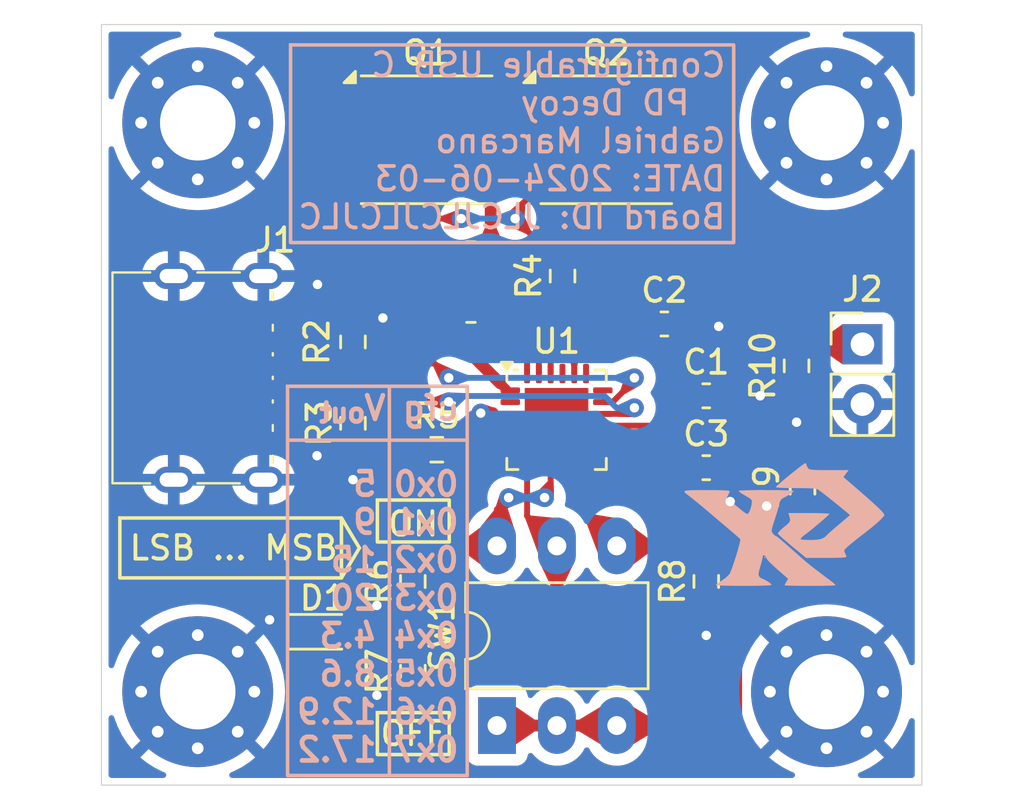
<source format=kicad_pcb>
(kicad_pcb (version 20240108) (generator "pcbnew") (generator_version "8.0")
  (title_block (title "Configurable USB C PD Decoy") (date "2024-06-03") (rev "A") (comment 1 "Designed by: ${DESIGNER}"))
  (layers (0 "F.Cu" signal) (31 "B.Cu" signal) (34 "B.Paste" user) (35 "F.Paste" user) (36 "B.SilkS" user "B.Silkscreen") (37 "F.SilkS" user "F.Silkscreen") (38 "B.Mask" user) (39 "F.Mask" user) (44 "Edge.Cuts" user))
  (property "DESIGNER" "Gabriel Marcano")
  (net 0 "")
  (net 1 "GND")
  (net 2 "Net-(U1-IFB)")
  (net 3 "/3.3V")
  (net 4 "Net-(Q1-S-Pad1)")
  (net 5 "Net-(Q1-G)")
  (net 6 "/V_{OUT}")
  (net 7 "Net-(J1-CC1)")
  (net 8 "Net-(J1-CC2)")
  (net 9 "Net-(U1-PWR_EN)")
  (net 10 "Net-(U1-GPIO4)")
  (net 11 "Net-(D1-A)")
  (net 12 "Net-(U1-VSEL0)")
  (net 13 "Net-(U1-VSEL1)")
  (net 14 "Net-(U1-VSEL2)")
  (net 15 "Net-(U1-PSEL)")
  (net 25 "/5V")
  (net 26 "/V_{BUS}")
  (net 27 "/V_{BUS(SENSE)}")
  (footprint "Resistor_SMD:R_0603_1608Metric_Pad0.98x0.95mm_HandSolder" (layer "F.Cu") (at 152.38 111.808 90)
    (property "Reference" "R3" (at 0 -1.43 -90) (layer "F.SilkS") (effects (font (thickness 0.16))))
    (property "Value" "5.1k")
    (fp_line (start -0.254724 -0.5225) (end 0.254724 -0.5225) (stroke (width 0.12)) (layer "F.SilkS"))
    (fp_line (start -0.254724 0.5225) (end 0.254724 0.5225) (stroke (width 0.12)) (layer "F.SilkS"))
    (pad "1" smd roundrect (at -0.9125 0 90) (size 0.975 0.95) (layers "F.Cu" "F.Paste" "F.Mask") (net 1 "GND"))
    (pad "2" smd roundrect (at 0.9125 0 90) (size 0.975 0.95) (layers "F.Cu" "F.Paste" "F.Mask") (net 8 "Net-(J1-CC2)"))
  )
  (footprint "Marcano:USB_C_USB4125-GF-A_Hand_Solder" (layer "F.Cu") (at 145.58 109.8795 -90)
    (property "Reference" "J1" (at -5.842 -3.498 0) (layer "F.SilkS") (effects (font (thickness 0.16))))
    (property "Value" "USB4125-GF-A-0190")
    (fp_line (start -4.47 3.4) (end -4.47 1.8) (stroke (width 0.1)) (layer "F.SilkS"))
    (fp_line (start 4.47 3.4) (end -4.47 3.4) (stroke (width 0.1)) (layer "F.SilkS"))
    (fp_line (start 4.47 1.8) (end 4.47 3.4) (stroke (width 0.1)) (layer "F.SilkS"))
    (fp_line (start -4.47 -0.2) (end -4.47 -2) (stroke (width 0.1)) (layer "F.SilkS"))
    (fp_line (start 4.47 -2) (end 4.47 -0.2) (stroke (width 0.1)) (layer "F.SilkS"))
    (fp_line (start -3.6 -3.4) (end -3.3 -3.4) (stroke (width 0.1)) (layer "F.SilkS"))
    (fp_line (start -2.25 -3.4) (end -2 -3.4) (stroke (width 0.1)) (layer "F.SilkS"))
    (fp_line (start -1.05 -3.4) (end -0.95 -3.4) (stroke (width 0.1)) (layer "F.SilkS"))
    (fp_line (start -0.05 -3.4) (end 0.05 -3.4) (stroke (width 0.1)) (layer "F.SilkS"))
    (fp_line (start 0.95 -3.4) (end 1.05 -3.4) (stroke (width 0.1)) (layer "F.SilkS"))
    (fp_line (start 2 -3.4) (end 2.25 -3.4) (stroke (width 0.1)) (layer "F.SilkS"))
    (fp_line (start 3.3 -3.4) (end 3.6 -3.4) (stroke (width 0.1)) (layer "F.SilkS"))
    (pad "A5" smd roundrect (at -0.5 -3.34 270) (size 0.7 1.72) (layers "F.Cu" "F.Paste" "F.Mask") (net 7 "Net-(J1-CC1)"))
    (pad "A9" smd roundrect (at 1.52 -3.34 270) (size 0.76 1.72) (layers "F.Cu" "F.Paste" "F.Mask") (net 26 "/V_{BUS}"))
    (pad "A12" smd roundrect (at 2.75 -3.34 270) (size 0.8 1.72) (layers "F.Cu" "F.Paste" "F.Mask") (net 1 "GND"))
    (pad "B5" smd roundrect (at 0.5 -3.34 270) (size 0.7 1.72) (layers "F.Cu" "F.Paste" "F.Mask") (net 8 "Net-(J1-CC2)"))
    (pad "B9" smd roundrect (at -1.52 -3.34 270) (size 0.76 1.72) (layers "F.Cu" "F.Paste" "F.Mask") (net 26 "/V_{BUS}"))
    (pad "B12" smd roundrect (at -2.75 -3.34 270) (size 0.8 1.72) (layers "F.Cu" "F.Paste" "F.Mask") (net 1 "GND"))
    (pad "S1" thru_hole oval (at -4.32 -3 270) (size 1.1 1.7) (drill oval 0.6 1.2) (layers "*.Cu" "*.Mask") (net 1 "GND"))
    (pad "S1" thru_hole oval (at -4.32 0.8 270) (size 1.1 1.7) (drill oval 0.6 1.2) (layers "*.Cu" "*.Mask") (net 1 "GND"))
    (pad "S1" thru_hole oval (at 4.32 -3 270) (size 1.1 1.7) (drill oval 0.6 1.2) (layers "*.Cu" "*.Mask") (net 1 "GND"))
    (pad "S1" thru_hole oval (at 4.32 0.8 270) (size 1.1 1.7) (drill oval 0.6 1.2) (layers "*.Cu" "*.Mask") (net 1 "GND"))
  )
  (footprint "Resistor_SMD:R_0603_1608Metric_Pad0.98x0.95mm_HandSolder" (layer "F.Cu") (at 152.38 108.3555 -90)
    (property "Reference" "R2" (at 0 1.524 90) (layer "F.SilkS") (effects (font (thickness 0.16))))
    (property "Value" "5.1k")
    (fp_line (start -0.254724 0.5225) (end 0.254724 0.5225) (stroke (width 0.12)) (layer "F.SilkS"))
    (fp_line (start -0.254724 -0.5225) (end 0.254724 -0.5225) (stroke (width 0.12)) (layer "F.SilkS"))
    (pad "1" smd roundrect (at -0.9125 0 270) (size 0.975 0.95) (layers "F.Cu" "F.Paste" "F.Mask") (net 1 "GND"))
    (pad "2" smd roundrect (at 0.9125 0 270) (size 0.975 0.95) (layers "F.Cu" "F.Paste" "F.Mask") (net 7 "Net-(J1-CC1)"))
  )
  (footprint "Resistor_SMD:R_0603_1608Metric_Pad0.98x0.95mm_HandSolder" (layer "F.Cu") (at 155.936 112.9275)
    (property "Reference" "R5" (at 0 -1.43 0) (layer "F.SilkS") (effects (font (thickness 0.16))))
    (property "Value" "10k")
    (fp_line (start -0.254724 -0.5225) (end 0.254724 -0.5225) (stroke (width 0.12)) (layer "F.SilkS"))
    (fp_line (start -0.254724 0.5225) (end 0.254724 0.5225) (stroke (width 0.12)) (layer "F.SilkS"))
    (pad "1" smd roundrect (at -0.9125 0) (size 0.975 0.95) (layers "F.Cu" "F.Paste" "F.Mask") (net 11 "Net-(D1-A)"))
    (pad "2" smd roundrect (at 0.9125 0) (size 0.975 0.95) (layers "F.Cu" "F.Paste" "F.Mask") (net 10 "Net-(U1-GPIO4)"))
  )
  (footprint "Resistor_SMD:R_0603_1608Metric_Pad0.98x0.95mm_HandSolder" (layer "F.Cu") (at 167.366 118.5155 90)
    (property "Reference" "R8" (at 0 -1.43 -90) (layer "F.SilkS") (effects (font (thickness 0.16))))
    (property "Value" "100k")
    (fp_line (start -0.254724 -0.5225) (end 0.254724 -0.5225) (stroke (width 0.12)) (layer "F.SilkS"))
    (fp_line (start -0.254724 0.5225) (end 0.254724 0.5225) (stroke (width 0.12)) (layer "F.SilkS"))
    (pad "1" smd roundrect (at -0.9125 0 90) (size 0.975 0.95) (layers "F.Cu" "F.Paste" "F.Mask") (net 1 "GND"))
    (pad "2" smd roundrect (at 0.9125 0 90) (size 0.975 0.95) (layers "F.Cu" "F.Paste" "F.Mask") (net 14 "Net-(U1-VSEL2)"))
  )
  (footprint "Package_DFN_QFN:QFN-24-1EP_4x4mm_P0.5mm_EP2.7x2.7mm" (layer "F.Cu") (at 161.016 111.6575)
    (property "Reference" "U1" (at 0 -3.33 0) (layer "F.SilkS") (effects (font (thickness 0.16))))
    (property "Value" "AP33771")
    (fp_line (start -2.11 -1.635) (end -2.11 -1.87) (stroke (width 0.12)) (layer "F.SilkS"))
    (fp_line (start -2.11 2.11) (end -2.11 1.635) (stroke (width 0.12)) (layer "F.SilkS"))
    (fp_line (start -1.635 -2.11) (end -1.81 -2.11) (stroke (width 0.12)) (layer "F.SilkS"))
    (fp_line (start -1.635 2.11) (end -2.11 2.11) (stroke (width 0.12)) (layer "F.SilkS"))
    (fp_line (start 1.635 -2.11) (end 2.11 -2.11) (stroke (width 0.12)) (layer "F.SilkS"))
    (fp_line (start 1.635 2.11) (end 2.11 2.11) (stroke (width 0.12)) (layer "F.SilkS"))
    (fp_line (start 2.11 -2.11) (end 2.11 -1.635) (stroke (width 0.12)) (layer "F.SilkS"))
    (fp_line (start 2.11 2.11) (end 2.11 1.635) (stroke (width 0.12)) (layer "F.SilkS"))
    (fp_poly (pts (xy -2.11 -2.11) (xy -2.35 -2.44) (xy -1.87 -2.44) (xy -2.11 -2.11)) (stroke (width 0.12)) (fill solid) (layer "F.SilkS"))
    (pad "1" smd roundrect (at -1.9625 -1.25) (size 0.825 0.25) (layers "F.Cu" "F.Paste" "F.Mask") (net 26 "/V_{BUS}"))
    (pad "2" smd roundrect (at -1.9625 -0.75) (size 0.825 0.25) (layers "F.Cu" "F.Paste" "F.Mask"))
    (pad "3" smd roundrect (at -1.9625 -0.25) (size 0.825 0.25) (layers "F.Cu" "F.Paste" "F.Mask") (net 1 "GND"))
    (pad "4" smd roundrect (at -1.9625 0.25) (size 0.825 0.25) (layers "F.Cu" "F.Paste" "F.Mask"))
    (pad "5" smd roundrect (at -1.9625 0.75) (size 0.825 0.25) (layers "F.Cu" "F.Paste" "F.Mask"))
    (pad "6" smd roundrect (at -1.9625 1.25) (size 0.825 0.25) (layers "F.Cu" "F.Paste" "F.Mask") (net 10 "Net-(U1-GPIO4)"))
    (pad "7" smd roundrect (at -1.25 1.9625) (size 0.25 0.825) (layers "F.Cu" "F.Paste" "F.Mask") (net 13 "Net-(U1-VSEL1)"))
    (pad "8" smd roundrect (at -0.75 1.9625) (size 0.25 0.825) (layers "F.Cu" "F.Paste" "F.Mask"))
    (pad "9" smd roundrect (at -0.25 1.9625) (size 0.25 0.825) (layers "F.Cu" "F.Paste" "F.Mask") (net 12 "Net-(U1-VSEL0)"))
    (pad "10" smd roundrect (at 0.25 1.9625) (size 0.25 0.825) (layers "F.Cu" "F.Paste" "F.Mask"))
    (pad "11" smd roundrect (at 0.75 1.9625) (size 0.25 0.825) (layers "F.Cu" "F.Paste" "F.Mask") (net 14 "Net-(U1-VSEL2)"))
    (pad "12" smd roundrect (at 1.25 1.9625) (size 0.25 0.825) (layers "F.Cu" "F.Paste" "F.Mask") (net 3 "/3.3V"))
    (pad "13" smd roundrect (at 1.9625 1.25) (size 0.825 0.25) (layers "F.Cu" "F.Paste" "F.Mask") (net 15 "Net-(U1-PSEL)"))
    (pad "14" smd roundrect (at 1.9625 0.75) (size 0.825 0.25) (layers "F.Cu" "F.Paste" "F.Mask"))
    (pad "15" smd roundrect (at 1.9625 0.25) (size 0.825 0.25) (layers "F.Cu" "F.Paste" "F.Mask") (net 2 "Net-(U1-IFB)"))
    (pad "16" smd roundrect (at 1.9625 -0.25) (size 0.825 0.25) (layers "F.Cu" "F.Paste" "F.Mask") (net 8 "Net-(J1-CC2)"))
    (pad "17" smd roundrect (at 1.9625 -0.75) (size 0.825 0.25) (layers "F.Cu" "F.Paste" "F.Mask") (net 7 "Net-(J1-CC1)"))
    (pad "18" smd roundrect (at 1.9625 -1.25) (size 0.825 0.25) (layers "F.Cu" "F.Paste" "F.Mask"))
    (pad "19" smd roundrect (at 1.25 -1.9625) (size 0.25 0.825) (layers "F.Cu" "F.Paste" "F.Mask"))
    (pad "20" smd roundrect (at 0.75 -1.9625) (size 0.25 0.825) (layers "F.Cu" "F.Paste" "F.Mask") (net 25 "/5V"))
    (pad "21" smd roundrect (at 0.25 -1.9625) (size 0.25 0.825) (layers "F.Cu" "F.Paste" "F.Mask"))
    (pad "22" smd roundrect (at -0.25 -1.9625) (size 0.25 0.825) (layers "F.Cu" "F.Paste" "F.Mask") (net 6 "/V_{OUT}"))
    (pad "23" smd roundrect (at -0.75 -1.9625) (size 0.25 0.825) (layers "F.Cu" "F.Paste" "F.Mask") (net 9 "Net-(U1-PWR_EN)"))
    (pad "24" smd roundrect (at -1.25 -1.9625) (size 0.25 0.825) (layers "F.Cu" "F.Paste" "F.Mask") (net 27 "/V_{BUS(SENSE)}"))
    (pad "25" smd rect (at 0 0) (size 2.7 2.7) (property pad_prop_heatsink) (layers "F.Cu" "F.Mask") (net 1 "GND"))
  )
  (footprint "Resistor_SMD:R_0603_1608Metric_Pad0.98x0.95mm_HandSolder" (layer "F.Cu") (at 171.196 109.3705 90)
    (property "Reference" "R10" (at 0 -1.43 -90) (layer "F.SilkS") (effects (font (thickness 0.16))))
    (property "Value" "1M")
    (fp_line (start -0.254724 -0.5225) (end 0.254724 -0.5225) (stroke (width 0.12)) (layer "F.SilkS"))
    (fp_line (start -0.254724 0.5225) (end 0.254724 0.5225) (stroke (width 0.12)) (layer "F.SilkS"))
    (pad "1" smd roundrect (at -0.9125 0 90) (size 0.975 0.95) (layers "F.Cu" "F.Paste" "F.Mask") (net 1 "GND"))
    (pad "2" smd roundrect (at 0.9125 0 90) (size 0.975 0.95) (layers "F.Cu" "F.Paste" "F.Mask") (net 6 "/V_{OUT}"))
  )
  (footprint "Capacitor_SMD:C_0603_1608Metric_Pad1.08x0.95mm_HandSolder" (layer "F.Cu") (at 167.366 113.6895)
    (property "Reference" "C3" (at 0 -1.43 0) (layer "F.SilkS") (effects (font (thickness 0.16))))
    (property "Value" "100n")
    (fp_line (start -0.146267 -0.51) (end 0.146267 -0.51) (stroke (width 0.12)) (layer "F.SilkS"))
    (fp_line (start -0.146267 0.51) (end 0.146267 0.51) (stroke (width 0.12)) (layer "F.SilkS"))
    (pad "1" smd roundrect (at -0.8625 0) (size 1.075 0.95) (layers "F.Cu" "F.Paste" "F.Mask") (net 3 "/3.3V"))
    (pad "2" smd roundrect (at 0.8625 0) (size 1.075 0.95) (layers "F.Cu" "F.Paste" "F.Mask") (net 1 "GND"))
  )
  (footprint "Capacitor_SMD:C_0603_1608Metric_Pad1.08x0.95mm_HandSolder" (layer "F.Cu") (at 167.366 110.6415)
    (property "Reference" "C1" (at 0 -1.43 0) (layer "F.SilkS") (effects (font (thickness 0.16))))
    (property "Value" "100n")
    (fp_line (start -0.146267 -0.51) (end 0.146267 -0.51) (stroke (width 0.12)) (layer "F.SilkS"))
    (fp_line (start -0.146267 0.51) (end 0.146267 0.51) (stroke (width 0.12)) (layer "F.SilkS"))
    (pad "1" smd roundrect (at -0.8625 0) (size 1.075 0.95) (layers "F.Cu" "F.Paste" "F.Mask") (net 2 "Net-(U1-IFB)"))
    (pad "2" smd roundrect (at 0.8625 0) (size 1.075 0.95) (layers "F.Cu" "F.Paste" "F.Mask") (net 1 "GND"))
  )
  (footprint "MountingHole:MountingHole_3.2mm_M3_Pad_Via" (layer "F.Cu") (at 145.796 99.06)
    (property "Reference" "H1" (hide yes))
    (property "Value" "MountingHole_Pad_MP")
    (pad "1" thru_hole circle (at -2.4 0) (size 0.8 0.8) (drill 0.5) (layers "*.Cu" "*.Mask") (net 1 "GND"))
    (pad "1" thru_hole circle (at -1.697056 -1.697056) (size 0.8 0.8) (drill 0.5) (layers "*.Cu" "*.Mask") (net 1 "GND"))
    (pad "1" thru_hole circle (at -1.697056 1.697056) (size 0.8 0.8) (drill 0.5) (layers "*.Cu" "*.Mask") (net 1 "GND"))
    (pad "1" thru_hole circle (at 0 -2.4) (size 0.8 0.8) (drill 0.5) (layers "*.Cu" "*.Mask") (net 1 "GND"))
    (pad "1" thru_hole circle (at 0 0) (size 6.4 6.4) (drill 3.2) (layers "*.Cu" "*.Mask") (net 1 "GND"))
    (pad "1" thru_hole circle (at 0 2.4) (size 0.8 0.8) (drill 0.5) (layers "*.Cu" "*.Mask") (net 1 "GND"))
    (pad "1" thru_hole circle (at 1.697056 -1.697056) (size 0.8 0.8) (drill 0.5) (layers "*.Cu" "*.Mask") (net 1 "GND"))
    (pad "1" thru_hole circle (at 1.697056 1.697056) (size 0.8 0.8) (drill 0.5) (layers "*.Cu" "*.Mask") (net 1 "GND"))
    (pad "1" thru_hole circle (at 2.4 0) (size 0.8 0.8) (drill 0.5) (layers "*.Cu" "*.Mask") (net 1 "GND"))
  )
  (footprint "MountingHole:MountingHole_3.2mm_M3_Pad_Via" (layer "F.Cu") (at 172.466 99.06)
    (property "Reference" "H4" (hide yes))
    (property "Value" "MountingHole_Pad_MP")
    (pad "1" thru_hole circle (at -2.4 0) (size 0.8 0.8) (drill 0.5) (layers "*.Cu" "*.Mask") (net 1 "GND"))
    (pad "1" thru_hole circle (at -1.697056 -1.697056) (size 0.8 0.8) (drill 0.5) (layers "*.Cu" "*.Mask") (net 1 "GND"))
    (pad "1" thru_hole circle (at -1.697056 1.697056) (size 0.8 0.8) (drill 0.5) (layers "*.Cu" "*.Mask") (net 1 "GND"))
    (pad "1" thru_hole circle (at 0 -2.4) (size 0.8 0.8) (drill 0.5) (layers "*.Cu" "*.Mask") (net 1 "GND"))
    (pad "1" thru_hole circle (at 0 0) (size 6.4 6.4) (drill 3.2) (layers "*.Cu" "*.Mask") (net 1 "GND"))
    (pad "1" thru_hole circle (at 0 2.4) (size 0.8 0.8) (drill 0.5) (layers "*.Cu" "*.Mask") (net 1 "GND"))
    (pad "1" thru_hole circle (at 1.697056 -1.697056) (size 0.8 0.8) (drill 0.5) (layers "*.Cu" "*.Mask") (net 1 "GND"))
    (pad "1" thru_hole circle (at 1.697056 1.697056) (size 0.8 0.8) (drill 0.5) (layers "*.Cu" "*.Mask") (net 1 "GND"))
    (pad "1" thru_hole circle (at 2.4 0) (size 0.8 0.8) (drill 0.5) (layers "*.Cu" "*.Mask") (net 1 "GND"))
  )
  (footprint "Resistor_SMD:R_0612_1632Metric_Pad1.18x3.40mm_HandSolder" (layer "F.Cu") (at 157.3845 105.8155)
    (property "Reference" "R1" (hide yes))
    (property "Value" "10m")
    (fp_line (start -0.182983 -1.71) (end 0.182983 -1.71) (stroke (width 0.12)) (layer "F.SilkS"))
    (fp_line (start -0.182983 1.71) (end 0.182983 1.71) (stroke (width 0.12)) (layer "F.SilkS"))
    (pad "1" smd roundrect (at -0.8375 0) (size 1.175 3.4) (layers "F.Cu" "F.Paste" "F.Mask") (roundrect_rratio 0.212766) (net 26 "/V_{BUS}"))
    (pad "2" smd roundrect (at 0.8375 0) (size 1.175 3.4) (layers "F.Cu" "F.Paste" "F.Mask") (roundrect_rratio 0.212766) (net 27 "/V_{BUS(SENSE)}"))
  )
  (footprint "Package_DFN_QFN:AO_DFN-8-1EP_5.55x5.2mm_P1.27mm_EP4.12x4.6mm" (layer "F.Cu") (at 163.124 99.78)
    (property "Reference" "Q2" (at 0 -3.68 0) (layer "F.SilkS") (effects (font (thickness 0.16))))
    (property "Value" "AON6414A")
    (fp_line (start -2.775 -2.71) (end 2.775 -2.71) (stroke (width 0.12)) (layer "F.SilkS"))
    (fp_line (start -2.775 2.71) (end 2.775 2.71) (stroke (width 0.12)) (layer "F.SilkS"))
    (fp_poly (pts (xy -3.02 -2.42) (xy -3.5 -2.42) (xy -3.02 -2.9) (xy -3.02 -2.42)) (stroke (width 0.12)) (fill solid) (layer "F.SilkS"))
    (pad "1" smd rect (at -2.75 -1.905 270) (size 0.5 0.65) (layers "F.Cu" "F.Paste" "F.Mask") (net 4 "Net-(Q1-S-Pad1)"))
    (pad "2" smd rect (at -2.75 -0.635 270) (size 0.5 0.65) (layers "F.Cu" "F.Paste" "F.Mask") (net 4 "Net-(Q1-S-Pad1)"))
    (pad "3" smd rect (at -2.75 0.635 270) (size 0.5 0.65) (layers "F.Cu" "F.Paste" "F.Mask") (net 4 "Net-(Q1-S-Pad1)"))
    (pad "4" smd rect (at -2.75 1.905 270) (size 0.5 0.65) (layers "F.Cu" "F.Paste" "F.Mask") (net 5 "Net-(Q1-G)"))
    (pad "5" smd rect (at 0.465 0 270) (size 4.6 4.12) (layers "F.Cu" "F.Mask") (net 6 "/V_{OUT}"))
    (pad "5" smd rect (at 2.8 -1.905 270) (size 0.5 0.55) (layers "F.Cu" "F.Paste" "F.Mask") (net 6 "/V_{OUT}"))
    (pad "5" smd rect (at 2.8 -0.635 270) (size 0.5 0.55) (layers "F.Cu" "F.Paste" "F.Mask") (net 6 "/V_{OUT}"))
    (pad "5" smd rect (at 2.8 0.635 270) (size 0.5 0.55) (layers "F.Cu" "F.Paste" "F.Mask") (net 6 "/V_{OUT}"))
    (pad "5" smd rect (at 2.8 1.905 270) (size 0.5 0.55) (layers "F.Cu" "F.Paste" "F.Mask") (net 6 "/V_{OUT}"))
  )
  (footprint "LED_SMD:LED_0603_1608Metric" (layer "F.Cu") (at 151.1045 120.65)
    (property "Reference" "D1" (at 0 -1.43 360) (layer "F.SilkS") (effects (font (thickness 0.16))))
    (property "Value" "LED")
    (fp_line (start -1.485 -0.735) (end -1.485 0.735) (stroke (width 0.12)) (layer "F.SilkS"))
    (fp_line (start -1.485 0.735) (end 0.8 0.735) (stroke (width 0.12)) (layer "F.SilkS"))
    (fp_line (start 0.8 -0.735) (end -1.485 -0.735) (stroke (width 0.12)) (layer "F.SilkS"))
    (pad "1" smd roundrect (at -0.7875 0) (size 0.875 0.95) (layers "F.Cu" "F.Paste" "F.Mask") (net 1 "GND"))
    (pad "2" smd roundrect (at 0.7875 0) (size 0.875 0.95) (layers "F.Cu" "F.Paste" "F.Mask") (net 11 "Net-(D1-A)"))
  )
  (footprint "Resistor_SMD:R_0603_1608Metric_Pad0.98x0.95mm_HandSolder" (layer "F.Cu") (at 171.45 114.554 90)
    (property "Reference" "R9" (at 0 -1.524 -90) (layer "F.SilkS") (effects (font (thickness 0.16))))
    (property "Value" "36k")
    (fp_line (start -0.254724 -0.5225) (end 0.254724 -0.5225) (stroke (width 0.12)) (layer "F.SilkS"))
    (fp_line (start -0.254724 0.5225) (end 0.254724 0.5225) (stroke (width 0.12)) (layer "F.SilkS"))
    (pad "1" smd roundrect (at -0.9125 0 90) (size 0.975 0.95) (layers "F.Cu" "F.Paste" "F.Mask") (net 1 "GND"))
    (pad "2" smd roundrect (at 0.9125 0 90) (size 0.975 0.95) (layers "F.Cu" "F.Paste" "F.Mask") (net 15 "Net-(U1-PSEL)"))
  )
  (footprint "Resistor_SMD:R_0603_1608Metric_Pad0.98x0.95mm_HandSolder" (layer "F.Cu") (at 154.92 122.3255 90)
    (property "Reference" "R7" (at 0 -1.43 -90) (layer "F.SilkS") (effects (font (thickness 0.16))))
    (property "Value" "100k")
    (fp_line (start -0.254724 -0.5225) (end 0.254724 -0.5225) (stroke (width 0.12)) (layer "F.SilkS"))
    (fp_line (start -0.254724 0.5225) (end 0.254724 0.5225) (stroke (width 0.12)) (layer "F.SilkS"))
    (pad "1" smd roundrect (at -0.9125 0 90) (size 0.975 0.95) (layers "F.Cu" "F.Paste" "F.Mask") (net 1 "GND"))
    (pad "2" smd roundrect (at 0.9125 0 90) (size 0.975 0.95) (layers "F.Cu" "F.Paste" "F.Mask") (net 13 "Net-(U1-VSEL1)"))
  )
  (footprint "Package_DIP:DIP-6_W7.62mm_LongPads" (layer "F.Cu") (at 158.491 124.6265 90)
    (property "Reference" "SW1" (at 3.81 -2.33 -90) (layer "F.SilkS") (effects (font (thickness 0.16))))
    (property "Value" "SW_DIP_x03")
    (fp_line (start 6.06 -1.33) (end 4.81 -1.33) (stroke (width 0.12)) (layer "F.SilkS"))
    (fp_line (start 2.81 -1.33) (end 1.56 -1.33) (stroke (width 0.12)) (layer "F.SilkS"))
    (fp_line (start 1.56 -1.33) (end 1.56 6.41) (stroke (width 0.12)) (layer "F.SilkS"))
    (fp_line (start 6.06 6.41) (end 6.06 -1.33) (stroke (width 0.12)) (layer "F.SilkS"))
    (fp_line (start 1.56 6.41) (end 6.06 6.41) (stroke (width 0.12)) (layer "F.SilkS"))
    (fp_arc (start 4.81 -1.33) (mid 3.81 -0.33) (end 2.81 -1.33) (stroke (width 0.12)) (layer "F.SilkS"))
    (pad "1" thru_hole rect (at 0 0 90) (size 2.4 1.6) (drill 0.8) (layers "*.Cu" "*.Mask") (net 3 "/3.3V"))
    (pad "2" thru_hole oval (at 0 2.54 90) (size 2.4 1.6) (drill 0.8) (layers "*.Cu" "*.Mask") (net 3 "/3.3V"))
    (pad "3" thru_hole oval (at 0 5.08 90) (size 2.4 1.6) (drill 0.8) (layers "*.Cu" "*.Mask") (net 3 "/3.3V"))
    (pad "4" thru_hole oval (at 7.62 5.08 90) (size 2.4 1.6) (drill 0.8) (layers "*.Cu" "*.Mask") (net 14 "Net-(U1-VSEL2)"))
    (pad "5" thru_hole oval (at 7.62 2.54 90) (size 2.4 1.6) (drill 0.8) (layers "*.Cu" "*.Mask") (net 13 "Net-(U1-VSEL1)"))
    (pad "6" thru_hole oval (at 7.62 0 90) (size 2.4 1.6) (drill 0.8) (layers "*.Cu" "*.Mask") (net 12 "Net-(U1-VSEL0)"))
  )
  (footprint "Capacitor_SMD:C_0603_1608Metric_Pad1.08x0.95mm_HandSolder" (layer "F.Cu") (at 165.588 107.5935)
    (property "Reference" "C2" (at 0 -1.43 0) (layer "F.SilkS") (effects (font (thickness 0.16))))
    (property "Value" "1u")
    (fp_line (start -0.146267 -0.51) (end 0.146267 -0.51) (stroke (width 0.12)) (layer "F.SilkS"))
    (fp_line (start -0.146267 0.51) (end 0.146267 0.51) (stroke (width 0.12)) (layer "F.SilkS"))
    (pad "1" smd roundrect (at -0.8625 0) (size 1.075 0.95) (layers "F.Cu" "F.Paste" "F.Mask") (net 25 "/5V"))
    (pad "2" smd roundrect (at 0.8625 0) (size 1.075 0.95) (layers "F.Cu" "F.Paste" "F.Mask") (net 1 "GND"))
  )
  (footprint "Connector_PinHeader_2.54mm:PinHeader_1x02_P2.54mm_Vertical" (layer "F.Cu") (at 173.99 108.453)
    (property "Reference" "J2" (at 0 -2.33 0) (layer "F.SilkS") (effects (font (thickness 0.16))))
    (property "Value" "Conn_01x02_Pin")
    (fp_line (start -1.33 -1.33) (end 0 -1.33) (stroke (width 0.12)) (layer "F.SilkS"))
    (fp_line (start -1.33 0) (end -1.33 -1.33) (stroke (width 0.12)) (layer "F.SilkS"))
    (fp_line (start -1.33 1.27) (end -1.33 3.87) (stroke (width 0.12)) (layer "F.SilkS"))
    (fp_line (start -1.33 1.27) (end 1.33 1.27) (stroke (width 0.12)) (layer "F.SilkS"))
    (fp_line (start -1.33 3.87) (end 1.33 3.87) (stroke (width 0.12)) (layer "F.SilkS"))
    (fp_line (start 1.33 1.27) (end 1.33 3.87) (stroke (width 0.12)) (layer "F.SilkS"))
    (pad "1" thru_hole rect (at 0 0) (size 1.7 1.7) (drill 1) (layers "*.Cu" "*.Mask") (net 6 "/V_{OUT}"))
    (pad "2" thru_hole oval (at 0 2.54) (size 1.7 1.7) (drill 1) (layers "*.Cu" "*.Mask") (net 1 "GND"))
  )
  (footprint "MountingHole:MountingHole_3.2mm_M3_Pad_Via" (layer "F.Cu") (at 172.466 123.19)
    (property "Reference" "H3" (hide yes))
    (property "Value" "MountingHole_Pad_MP")
    (pad "1" thru_hole circle (at -2.4 0) (size 0.8 0.8) (drill 0.5) (layers "*.Cu" "*.Mask") (net 1 "GND"))
    (pad "1" thru_hole circle (at -1.697056 -1.697056) (size 0.8 0.8) (drill 0.5) (layers "*.Cu" "*.Mask") (net 1 "GND"))
    (pad "1" thru_hole circle (at -1.697056 1.697056) (size 0.8 0.8) (drill 0.5) (layers "*.Cu" "*.Mask") (net 1 "GND"))
    (pad "1" thru_hole circle (at 0 -2.4) (size 0.8 0.8) (drill 0.5) (layers "*.Cu" "*.Mask") (net 1 "GND"))
    (pad "1" thru_hole circle (at 0 0) (size 6.4 6.4) (drill 3.2) (layers "*.Cu" "*.Mask") (net 1 "GND"))
    (pad "1" thru_hole circle (at 0 2.4) (size 0.8 0.8) (drill 0.5) (layers "*.Cu" "*.Mask") (net 1 "GND"))
    (pad "1" thru_hole circle (at 1.697056 -1.697056) (size 0.8 0.8) (drill 0.5) (layers "*.Cu" "*.Mask") (net 1 "GND"))
    (pad "1" thru_hole circle (at 1.697056 1.697056) (size 0.8 0.8) (drill 0.5) (layers "*.Cu" "*.Mask") (net 1 "GND"))
    (pad "1" thru_hole circle (at 2.4 0) (size 0.8 0.8) (drill 0.5) (layers "*.Cu" "*.Mask") (net 1 "GND"))
  )
  (footprint "Resistor_SMD:R_0603_1608Metric_Pad0.98x0.95mm_HandSolder" (layer "F.Cu") (at 161.27 105.5615 90)
    (property "Reference" "R4" (at 0 -1.43 -90) (layer "F.SilkS") (effects (font (thickness 0.16))))
    (property "Value" "100")
    (fp_line (start -0.254724 -0.5225) (end 0.254724 -0.5225) (stroke (width 0.12)) (layer "F.SilkS"))
    (fp_line (start -0.254724 0.5225) (end 0.254724 0.5225) (stroke (width 0.12)) (layer "F.SilkS"))
    (pad "1" smd roundrect (at -0.9125 0 90) (size 0.975 0.95) (layers "F.Cu" "F.Paste" "F.Mask") (net 9 "Net-(U1-PWR_EN)"))
    (pad "2" smd roundrect (at 0.9125 0 90) (size 0.975 0.95) (layers "F.Cu" "F.Paste" "F.Mask") (net 5 "Net-(Q1-G)"))
  )
  (footprint "Resistor_SMD:R_0603_1608Metric_Pad0.98x0.95mm_HandSolder" (layer "F.Cu") (at 154.92 118.5155 90)
    (property "Reference" "R6" (at 0 -1.43 -90) (layer "F.SilkS") (effects (font (thickness 0.16))))
    (property "Value" "100k")
    (fp_line (start -0.254724 -0.5225) (end 0.254724 -0.5225) (stroke (width 0.12)) (layer "F.SilkS"))
    (fp_line (start -0.254724 0.5225) (end 0.254724 0.5225) (stroke (width 0.12)) (layer "F.SilkS"))
    (pad "1" smd roundrect (at -0.9125 0 90) (size 0.975 0.95) (layers "F.Cu" "F.Paste" "F.Mask") (net 1 "GND"))
    (pad "2" smd roundrect (at 0.9125 0 90) (size 0.975 0.95) (layers "F.Cu" "F.Paste" "F.Mask") (net 12 "Net-(U1-VSEL0)"))
  )
  (footprint "MountingHole:MountingHole_3.2mm_M3_Pad_Via" (layer "F.Cu") (at 145.796 123.19)
    (property "Reference" "H2" (hide yes))
    (property "Value" "MountingHole_Pad_MP")
    (pad "1" thru_hole circle (at -2.4 0) (size 0.8 0.8) (drill 0.5) (layers "*.Cu" "*.Mask") (net 1 "GND"))
    (pad "1" thru_hole circle (at -1.697056 -1.697056) (size 0.8 0.8) (drill 0.5) (layers "*.Cu" "*.Mask") (net 1 "GND"))
    (pad "1" thru_hole circle (at -1.697056 1.697056) (size 0.8 0.8) (drill 0.5) (layers "*.Cu" "*.Mask") (net 1 "GND"))
    (pad "1" thru_hole circle (at 0 -2.4) (size 0.8 0.8) (drill 0.5) (layers "*.Cu" "*.Mask") (net 1 "GND"))
    (pad "1" thru_hole circle (at 0 0) (size 6.4 6.4) (drill 3.2) (layers "*.Cu" "*.Mask") (net 1 "GND"))
    (pad "1" thru_hole circle (at 0 2.4) (size 0.8 0.8) (drill 0.5) (layers "*.Cu" "*.Mask") (net 1 "GND"))
    (pad "1" thru_hole circle (at 1.697056 -1.697056) (size 0.8 0.8) (drill 0.5) (layers "*.Cu" "*.Mask") (net 1 "GND"))
    (pad "1" thru_hole circle (at 1.697056 1.697056) (size 0.8 0.8) (drill 0.5) (layers "*.Cu" "*.Mask") (net 1 "GND"))
    (pad "1" thru_hole circle (at 2.4 0) (size 0.8 0.8) (drill 0.5) (layers "*.Cu" "*.Mask") (net 1 "GND"))
  )
  (footprint "Package_DFN_QFN:AO_DFN-8-1EP_5.55x5.2mm_P1.27mm_EP4.12x4.6mm" (layer "F.Cu") (at 155.504 99.78)
    (property "Reference" "Q1" (at 0 -3.68 0) (layer "F.SilkS") (effects (font (thickness 0.16))))
    (property "Value" "AON6414A")
    (fp_line (start -2.775 -2.71) (end 2.775 -2.71) (stroke (width 0.12)) (layer "F.SilkS"))
    (fp_line (start -2.775 2.71) (end 2.775 2.71) (stroke (width 0.12)) (layer "F.SilkS"))
    (fp_poly (pts (xy -3.02 -2.42) (xy -3.5 -2.42) (xy -3.02 -2.9) (xy -3.02 -2.42)) (stroke (width 0.12)) (fill solid) (layer "F.SilkS"))
    (pad "1" smd rect (at -2.75 -1.905 270) (size 0.5 0.65) (layers "F.Cu" "F.Paste" "F.Mask") (net 4 "Net-(Q1-S-Pad1)"))
    (pad "2" smd rect (at -2.75 -0.635 270) (size 0.5 0.65) (layers "F.Cu" "F.Paste" "F.Mask") (net 4 "Net-(Q1-S-Pad1)"))
    (pad "3" smd rect (at -2.75 0.635 270) (size 0.5 0.65) (layers "F.Cu" "F.Paste" "F.Mask") (net 4 "Net-(Q1-S-Pad1)"))
    (pad "4" smd rect (at -2.75 1.905 270) (size 0.5 0.65) (layers "F.Cu" "F.Paste" "F.Mask") (net 5 "Net-(Q1-G)"))
    (pad "5" smd rect (at 0.465 0 270) (size 4.6 4.12) (layers "F.Cu" "F.Mask") (net 27 "/V_{BUS(SENSE)}"))
    (pad "5" smd rect (at 2.8 -1.905 270) (size 0.5 0.55) (layers "F.Cu" "F.Paste" "F.Mask") (net 27 "/V_{BUS(SENSE)}"))
    (pad "5" smd rect (at 2.8 -0.635 270) (size 0.5 0.55) (layers "F.Cu" "F.Paste" "F.Mask") (net 27 "/V_{BUS(SENSE)}"))
    (pad "5" smd rect (at 2.8 0.635 270) (size 0.5 0.55) (layers "F.Cu" "F.Paste" "F.Mask") (net 27 "/V_{BUS(SENSE)}"))
    (pad "5" smd rect (at 2.8 1.905 270) (size 0.5 0.55) (layers "F.Cu" "F.Paste" "F.Mask") (net 27 "/V_{BUS(SENSE)}"))
  )
  (footprint "Marcano:GX_logo" (layer "B.Cu") (at 170.688 116.078 180)
    (property "Reference" "G***" (hide yes))
    (property "Value" "GX_LOGO" (hide yes))
    (fp_poly (pts (xy 0.874889 -1.411111) (xy 0.869078 -1.436278) (xy 0.846667 -1.439333) (xy 0.811821 -1.423844) (xy 0.818444 -1.411111) (xy 0.868684 -1.406044)) (fill solid) (layer "B.SilkS"))
    (fp_poly (pts (xy -0.830969 2.556564) (xy -0.732077 2.486211) (xy -0.594524 2.381705) (xy -0.431157 2.253475) (xy -0.254825 2.111953) (xy -0.078376 1.96757) (xy 0.085344 1.830756) (xy 0.223485 1.711942) (xy 0.323201 1.621559) (xy 0.371643 1.570037) (xy 0.373944 1.56564) (xy 0.338092 1.550436) (xy 0.222329 1.538451) (xy 0.031357 1.529919) (xy -0.230122 1.525074) (xy -0.462713 1.524) (xy -0.796874 1.521942) (xy -1.052771 1.51553) (xy -1.236714 1.504413) (xy -1.35501 1.488236) (xy -1.407213 1.471083) (xy -1.466949 1.429488) (xy -1.578979 1.344659) (xy -1.730144 1.227069) (xy -1.907287 1.08719) (xy -2.097247 0.935497) (xy -2.286868 0.782461) (xy -2.46299 0.638555) (xy -2.612456 0.514254) (xy -2.659312 0.474521) (xy -2.772833 0.377542) (xy -2.662602 0.284021) (xy -2.584497 0.217873) (xy -2.460755 0.113203) (xy -2.310423 -0.013882) (xy -2.196935 -0.109777) (xy -2.045677 -0.239503) (xy -1.914313 -0.355729) (xy -1.819201 -0.443776) (xy -1.781083 -0.482984) (xy -1.684959 -0.571664) (xy -1.559743 -0.630447) (xy -1.388805 -0.663954) (xy -1.155517 -0.676805) (xy -1.081602 -0.677333) (xy -0.892801 -0.673167) (xy -0.755958 -0.661604) (xy -0.68456 -0.644047) (xy -0.677333 -0.635265) (xy -0.708725 -0.587153) (xy -0.788189 -0.513687) (xy -0.836083 -0.476515) (xy -0.964828 -0.378385) (xy -1.120186 -0.254646) (xy -1.28949 -0.116044) (xy -1.460071 0.026673) (xy -1.619262 0.16276) (xy -1.754395 0.281469) (xy -1.852802 0.372055) (xy -1.901815 0.423771) (xy -1.905 0.430277) (xy -1.864749 0.44088) (xy -1.752316 0.450213) (xy -1.580182 0.457771) (xy -1.36083 0.463048) (xy -1.10674 0.465538) (xy -1.032229 0.465667) (xy -0.159459 0.465667) (xy -0.18898 0.370417) (xy -0.225142 0.245137) (xy -0.233831 0.156828) (xy -0.205798 0.083662) (xy -0.131794 0.003815) (xy -0.002568 -0.104541) (xy 0.020103 -0.122942) (xy 0.146036 -0.232189) (xy 0.239432 -0.326823) (xy 0.285572 -0.391361) (xy 0.287735 -0.404445) (xy 0.252391 -0.447645) (xy 0.161908 -0.534516) (xy 0.026964 -0.655471) (xy -0.141765 -0.800919) (xy -0.3175 -0.947994) (xy -0.910167 -1.437379) (xy -1.767417 -1.438356) (xy -2.105359 -1.436551) (xy -2.359141 -1.430273) (xy -2.528651 -1.419528) (xy -2.613779 -1.404321) (xy -2.624667 -1.394898) (xy -2.606571 -1.32847) (xy -2.563302 -1.231795) (xy -2.534687 -1.16895) (xy -2.533438 -1.118719) (xy -2.56959 -1.062584) (xy -2.653181 -0.98203) (xy -2.739993 -0.905814) (xy -2.898349 -0.772595) (xy -3.085059 -0.622286) (xy -3.259815 -0.487336) (xy -3.260486 -0.486833) (xy -3.508906 -0.296069) (xy -3.734442 -0.114093) (xy -3.928299 0.051278) (xy -4.081685 0.192224) (xy -4.185803 0.300927) (xy -4.231861 0.369568) (xy -4.233333 0.378089) (xy -4.21513 0.426926) (xy -4.15761 0.503387) (xy -4.056411 0.61168) (xy -3.907169 0.756011) (xy -3.705521 0.940587) (xy -3.447105 1.169617) (xy -3.127556 1.447307) (xy -3.098432 1.472431) (xy -2.495413 1.992361) (xy -2.607398 2.139181) (xy -2.719382 2.286) (xy -1.895419 2.286) (xy -1.608755 2.286653) (xy -1.394788 2.289302) (xy -1.241555 2.294984) (xy -1.137094 2.304735) (xy -1.06944 2.319589) (xy -1.026631 2.340584) (xy -1.001395 2.363417) (xy -0.946229 2.451636) (xy -0.931333 2.511584) (xy -0.905423 2.572334) (xy -0.878352 2.582333)) (fill solid) (layer "B.SilkS"))
    (fp_poly (pts (xy 3.634394 1.438898) (xy 3.885452 1.436219) (xy 4.065559 1.429234) (xy 4.181573 1.415884) (xy 4.240354 1.394108) (xy 4.248757 1.361846) (xy 4.213643 1.317037) (xy 4.141867 1.257621) (xy 4.075747 1.207918) (xy 3.950665 1.111089) (xy 3.776889 0.971277) (xy 3.569644 0.80102) (xy 3.344156 0.61286) (xy 3.115647 0.419337) (xy 3.046131 0.359833) (xy 2.939839 0.269183) (xy 2.78731 0.139864) (xy 2.607166 -0.012369) (xy 2.41803 -0.171762) (xy 2.375365 -0.207652) (xy 2.205955 -0.351246) (xy 2.060193 -0.476947) (xy 1.950228 -0.574111) (xy 1.888208 -0.632098) (xy 1.879465 -0.642067) (xy 1.881238 -0.697947) (xy 1.906313 -0.817533) (xy 1.949729 -0.984721) (xy 2.006525 -1.183405) (xy 2.071741 -1.397482) (xy 2.140415 -1.610847) (xy 2.207587 -1.807396) (xy 2.268295 -1.971024) (xy 2.317579 -2.085628) (xy 2.332884 -2.113973) (xy 2.405687 -2.197621) (xy 2.525676 -2.300516) (xy 2.662463 -2.397424) (xy 2.788348 -2.481722) (xy 2.880183 -2.550885) (xy 2.919743 -2.591083) (xy 2.920121 -2.592917) (xy 2.879808 -2.601137) (xy 2.765529 -2.608566) (xy 2.587985 -2.614919) (xy 2.357876 -2.619906) (xy 2.085901 -2.623243) (xy 1.782761 -2.624642) (xy 1.735667 -2.624667) (xy 1.394771 -2.623301) (xy 1.100923 -2.619376) (xy 0.861893 -2.613151) (xy 0.685453 -2.604885) (xy 0.579376 -2.594836) (xy 0.550333 -2.585216) (xy 0.585663 -2.531624) (xy 0.677058 -2.460024) (xy 0.802626 -2.385439) (xy 0.922368 -2.329918) (xy 1.03013 -2.276122) (xy 1.089458 -2.209543) (xy 1.104114 -2.112945) (xy 1.077863 -1.969093) (xy 1.033682 -1.820103) (xy 0.984857 -1.65498) (xy 0.948784 -1.510009) (xy 0.932271 -1.413008) (xy 0.9319 -1.404055) (xy 0.912635 -1.332439) (xy 0.865413 -1.330208) (xy 0.804238 -1.393214) (xy 0.770883 -1.45177) (xy 0.718922 -1.527239) (xy 0.618474 -1.636529) (xy 0.464818 -1.78419) (xy 0.253234 -1.974772) (xy 0 -2.194809) (xy -0.148167 -2.322028) (xy -0.074083 -2.448129) (xy -0.024163 -2.539728) (xy -0.000335 -2.596479) (xy 0 -2.599448) (xy -0.040462 -2.606277) (xy -0.154367 -2.612403) (xy -0.33049 -2.617566) (xy -0.557609 -2.621503) (xy -0.8245 -2.623951) (xy -1.0795 -2.624667) (xy -1.371798 -2.623651) (xy -1.634057 -2.620794) (xy -1.855055 -2.616375) (xy -2.023569 -2.610677) (xy -2.128376 -2.603981) (xy -2.159 -2.597583) (xy -2.156194 -2.582594) (xy -2.141669 -2.562288) (xy -2.106264 -2.529264) (xy -2.04082 -2.476118) (xy -1.936175 -2.395449) (xy -1.783169 -2.279855) (xy -1.572641 -2.121933) (xy -1.541577 -2.098663) (xy -1.333767 -1.940211) (xy -1.123159 -1.774825) (xy -0.932119 -1.620362) (xy -0.783009 -1.494679) (xy -0.762 -1.476182) (xy -0.460766 -1.208741) (xy -0.216686 -0.993006) (xy -0.023987 -0.82404) (xy 0.123108 -0.696909) (xy 0.230374 -0.606675) (xy 0.303584 -0.548403) (xy 0.348514 -0.517158) (xy 0.370753 -0.508) (xy 0.437195 -0.473987) (xy 0.505038 -0.39514) (xy 0.546891 -0.306247) (xy 0.550333 -0.279921) (xy 0.537288 -0.209209) (xy 0.502318 -0.08073) (xy 0.451674 0.083442) (xy 0.422067 0.173082) (xy 0.356872 0.375086) (xy 0.295711 0.580063) (xy 0.24908 0.752378) (xy 0.238895 0.795003) (xy 0.197896 0.943428) (xy 0.149339 1.033201) (xy 0.078155 1.090007) (xy 0.060244 1.099487) (xy -0.111039 1.19189) (xy -0.252068 1.279549) (xy -0.347245 1.351925) (xy -0.381 1.397601) (xy -0.33939 1.410871) (xy -0.217392 1.421793) (xy -0.019257 1.430215) (xy 0.250762 1.435985) (xy 0.588416 1.43895) (xy 0.783167 1.439333) (xy 1.087214 1.438391) (xy 1.361639 1.435729) (xy 1.595634 1.431601) (xy 1.778393 1.426258) (xy 1.899106 1.419951) (xy 1.946968 1.412931) (xy 1.947333 1.41225) (xy 1.90929 1.357728) (xy 1.800539 1.277971) (xy 1.629147 1.178774) (xy 1.603366 1.165111) (xy 1.486778 1.09459) (xy 1.404538 1.027684) (xy 1.382982 0.998198) (xy 1.380623 0.917093) (xy 1.404389 0.789862) (xy 1.44565 0.647582) (xy 1.495779 0.521332) (xy 1.533299 0.456776) (xy 1.561204 0.432878) (xy 1.600681 0.433388) (xy 1.663004 0.465037) (xy 1.759446 0.534557) (xy 1.901282 0.648681) (xy 2.020279 0.747563) (xy 2.453059 1.109269) (xy 2.390696 1.229866) (xy 2.346873 1.327507) (xy 2.328337 1.394416) (xy 2.328333 1.394898) (xy 2.369697 1.411394) (xy 2.494063 1.424062) (xy 2.701842 1.432921) (xy 2.993445 1.437991) (xy 3.305528 1.439333)) (fill solid) (layer "B.SilkS"))
  )
  (gr_line (start 153.924 126.746) (end 153.924 125.73) (stroke (width 0.15)) (layer "B.SilkS"))
  (gr_rect (start 149.606 110.236) (end 157.226 126.746) (stroke (width 0.15)) (fill none) (layer "B.SilkS"))
  (gr_line (start 153.924 110.236) (end 153.924 125.73) (stroke (width 0.15)) (layer "B.SilkS"))
  (gr_line (start 157.226 112.522) (end 149.606 112.522) (stroke (width 0.15)) (layer "B.SilkS"))
  (gr_rect (start 149.733 95.758) (end 168.529 104.14) (stroke (width 0.15)) (fill none) (layer "B.SilkS"))
  (gr_line (start 151.892 115.824) (end 152.654 117.094) (stroke (width 0.15)) (layer "F.SilkS"))
  (gr_rect (start 153.416 124.079) (end 156.464 125.857) (stroke (width 0.15)) (fill none) (layer "F.SilkS"))
  (gr_rect (start 153.416 115.062) (end 156.464 116.84) (stroke (width 0.15)) (fill none) (layer "F.SilkS"))
  (gr_line (start 152.654 117.094) (end 151.892 118.364) (stroke (width 0.15)) (layer "F.SilkS"))
  (gr_rect (start 142.494 115.824) (end 151.892 118.364) (stroke (width 0.15)) (fill none) (layer "F.SilkS"))
  (gr_rect (start 141.712 94.8935) (end 176.51 127.1515) (stroke (width 0.05)) (fill none) (layer "Edge.Cuts"))
  (gr_text "Configurable USB C\n  PD Decoy\n${DESIGNER}\nDATE: ${ISSUE_DATE}\nBoard ID: JLCJLCJLCJLC\n" (at 168.275 103.632 0) (layer "B.SilkS") (effects (font (size 1 1) (thickness 0.16)) (justify left bottom mirror)))
  (gr_text "cfg V_{out}\n\n0x0 5\n0x1 9\n0x2 15\n0x3 20\n0x4 4.3\n0x5 8.6\n0x6 12.9\n0x7 17.2" (at 156.972 126.238 0) (layer "B.SilkS") (effects (font (size 1 1) (thickness 0.2) (bold yes)) (justify left bottom mirror)))
  (gr_text "LSB ... MSB" (at 147.32 117.094 0) (layer "F.SilkS") (effects (font (size 1 1) (thickness 0.16))))
  (gr_text "OFF" (at 154.94 124.968 0) (layer "F.SilkS") (effects (font (size 1 1) (thickness 0.16))))
  (gr_text "ON" (at 154.94 116.078 0) (layer "F.SilkS") (effects (font (size 1 1) (thickness 0.16))))
  (segment (start 153.5465 107.443) (end 153.65 107.3395) (width 0.5) (layer "F.Cu") (net 1))
  (segment (start 170.0765 115.4665) (end 169.926 115.316) (width 0.5) (layer "F.Cu") (net 1))
  (segment (start 149.9185 107.1295) (end 148.92 107.1295) (width 0.5) (layer "F.Cu") (net 1))
  (segment (start 159.0535 111.4075) (end 160.766 111.4075) (width 0.25) (layer "F.Cu") (net 1))
  (segment (start 148.92 112.6295) (end 150.304 112.6295) (width 0.5) (layer "F.Cu") (net 1))
  (segment (start 158.342 111.4075) (end 159.0535 111.4075) (width 0.25) (layer "F.Cu") (net 1))
  (segment (start 157.801 111.3745) (end 158.309 111.3745) (width 0.5) (layer "F.Cu") (net 1))
  (segment (start 153.396 123.3415) (end 154.8165 123.3415) (width 0.5) (layer "F.Cu") (net 1))
  (segment (start 157.834 111.4075) (end 157.801 111.3745) (width 0.5) (layer "F.Cu") (net 1))
  (segment (start 150.876 106.172) (end 149.9185 107.1295) (width 0.5) (layer "F.Cu") (net 1))
  (segment (start 150.876 105.918) (end 150.876 106.172) (width 0.5) (layer "F.Cu") (net 1))
  (segment (start 167.7915 107.5935) (end 167.894 107.696) (width 0.5) (layer "F.Cu") (net 1))
  (segment (start 167.366 119.428) (end 167.366 120.8015) (width 0.5) (layer "F.Cu") (net 1))
  (segment (start 168.2285 110.6415) (end 169.652 110.6415) (width 0.5) (layer "F.Cu") (net 1))
  (segment (start 168.2285 113.6895) (end 168.2285 114.972) (width 0.5) (layer "F.Cu") (net 1))
  (segment (start 152.38 107.443) (end 153.5465 107.443) (width 0.5) (layer "F.Cu") (net 1))
  (segment (start 150.304 112.6295) (end 150.856 113.1815) (width 0.5) (layer "F.Cu") (net 1))
  (segment (start 168.2285 114.972) (end 168.382 115.1255) (width 0.5) (layer "F.Cu") (net 1))
  (segment (start 149.352 120.65) (end 148.844 120.142) (width 0.5) (layer "F.Cu") (net 1))
  (segment (start 150.317 120.65) (end 149.352 120.65) (width 0.5) (layer "F.Cu") (net 1))
  (segment (start 171.196 111.76) (end 171.196 110.283) (width 0.5) (layer "F.Cu") (net 1))
  (segment (start 166.4505 107.5935) (end 167.7915 107.5935) (width 0.5) (layer "F.Cu") (net 1))
  (segment (start 154.8165 119.5315) (end 153.396 119.5315) (width 0.5) (layer "F.Cu") (net 1))
  (segment (start 152.38 112.7205) (end 152.38 114.1975) (width 0.5) (layer "F.Cu") (net 1))
  (segment (start 171.45 115.4665) (end 170.0765 115.4665) (width 0.5) (layer "F.Cu") (net 1))
  (via (at 171.196 111.76) (size 0.8) (drill 0.4) (layers "F.Cu" "B.Cu") (net 1))
  (via (at 153.396 119.5315) (size 0.8) (drill 0.4) (layers "F.Cu" "B.Cu") (net 1))
  (via (at 157.801 111.3745) (size 0.8) (drill 0.4) (layers "F.Cu" "B.Cu") (net 1))
  (via (at 148.844 120.142) (size 0.8) (drill 0.4) (layers "F.Cu" "B.Cu") (net 1))
  (via (at 169.926 115.316) (size 0.8) (drill 0.4) (layers "F.Cu" "B.Cu") (net 1))
  (via (at 153.396 123.3415) (size 0.8) (drill 0.4) (layers "F.Cu" "B.Cu") (net 1))
  (via (at 152.38 114.1975) (size 0.8) (drill 0.4) (layers "F.Cu" "B.Cu") (net 1))
  (via (at 167.366 120.8015) (size 0.8) (drill 0.4) (layers "F.Cu" "B.Cu") (net 1))
  (via (at 169.652 110.6415) (size 0.8) (drill 0.4) (layers "F.Cu" "B.Cu") (net 1))
  (via (at 153.65 107.3395) (size 0.8) (drill 0.4) (layers "F.Cu" "B.Cu") (net 1))
  (via (at 150.856 113.1815) (size 0.8) (drill 0.4) (layers "F.Cu" "B.Cu") (net 1))
  (via (at 167.894 107.696) (size 0.8) (drill 0.4) (layers "F.Cu" "B.Cu") (net 1))
  (via (at 168.382 115.1255) (size 0.8) (drill 0.4) (layers "F.Cu" "B.Cu") (net 1))
  (via (at 150.876 105.918) (size 0.8) (drill 0.4) (layers "F.Cu" "B.Cu") (net 1))
  (segment (start 162.9785 111.9075) (end 165.2375 111.9075) (width 0.25) (layer "F.Cu") (net 2))
  (segment (start 165.2375 111.9075) (end 166.5035 110.6415) (width 0.25) (layer "F.Cu") (net 2))
  (segment (start 168.128 116.4835) (end 168.636 116.9915) (width 0.5) (layer "F.Cu") (net 3))
  (segment (start 166.5035 115.807082) (end 167.179918 116.4835) (width 0.5) (layer "F.Cu") (net 3))
  (segment (start 166.5035 113.6895) (end 166.5035 115.807082) (width 0.5) (layer "F.Cu") (net 3))
  (segment (start 163.24 113.62) (end 166.434 113.62) (width 0.5) (layer "F.Cu") (net 3))
  (segment (start 163.24 113.62) (end 163.215 113.595) (width 0.4) (layer "F.Cu") (net 3))
  (segment (start 168.636 116.9915) (end 168.636 124.1035) (width 0.5) (layer "F.Cu") (net 3))
  (segment (start 162.316 113.595) (end 162.291 113.62) (width 0.4) (layer "F.Cu") (net 3))
  (segment (start 163.571 124.6265) (end 158.491 124.6265) (width 0.5) (layer "F.Cu") (net 3))
  (segment (start 163.215 113.595) (end 162.316 113.595) (width 0.4) (layer "F.Cu") (net 3))
  (segment (start 168.636 124.1035) (end 168.113 124.6265) (width 0.5) (layer "F.Cu") (net 3))
  (segment (start 167.179918 116.4835) (end 168.128 116.4835) (width 0.5) (layer "F.Cu") (net 3))
  (segment (start 168.113 124.6265) (end 163.571 124.6265) (width 0.5) (layer "F.Cu") (net 3))
  (segment (start 152.754 97.875) (end 152.754 97.327) (width 0.5) (layer "F.Cu") (net 4))
  (segment (start 158.977 96.478) (end 160.374 97.875) (width 0.5) (layer "F.Cu") (net 4))
  (segment (start 153.603 96.478) (end 158.977 96.478) (width 0.5) (layer "F.Cu") (net 4))
  (segment (start 152.754 97.327) (end 153.603 96.478) (width 0.5) (layer "F.Cu") (net 4))
  (segment (start 152.754 97.875) (end 152.754 100.415) (width 0.5) (layer "F.Cu") (net 4))
  (segment (start 160.374 97.875) (end 160.374 100.415) (width 0.5) (layer "F.Cu") (net 4))
  (segment (start 154.193 103.124) (end 156.972 103.124) (width 0.25) (layer "F.Cu") (net 5))
  (segment (start 159.258 103.124) (end 159.258 102.801) (width 0.25) (layer "F.Cu") (net 5))
  (segment (start 160.783 104.649) (end 161.27 104.649) (width 0.25) (layer "F.Cu") (net 5))
  (segment (start 159.258 102.801) (end 160.374 101.685) (width 0.25) (layer "F.Cu") (net 5))
  (segment (start 159.258 103.124) (end 160.783 104.649) (width 0.25) (layer "F.Cu") (net 5))
  (segment (start 152.754 101.685) (end 154.193 103.124) (width 0.25) (layer "F.Cu") (net 5))
  (via (at 156.972 103.124) (size 0.8) (drill 0.4) (layers "F.Cu" "B.Cu") (net 5))
  (via (at 159.258 103.124) (size 0.8) (drill 0.4) (layers "F.Cu" "B.Cu") (net 5))
  (segment (start 156.972 103.124) (end 159.258 103.124) (width 0.25) (layer "B.Cu") (net 5))
  (segment (start 165.924 101.685) (end 165.924 103.7015) (width 0.5) (layer "F.Cu") (net 6))
  (segment (start 161.036 108.712) (end 160.766 108.982) (width 0.25) (layer "F.Cu") (net 6))
  (segment (start 165.924 97.875) (end 165.924 101.685) (width 0.5) (layer "F.Cu") (net 6))
  (segment (start 160.766 108.982) (end 160.766 109.695) (width 0.25) (layer "F.Cu") (net 6))
  (segment (start 171.196 106.957) (end 171.196 108.458) (width 0.5) (layer "F.Cu") (net 6))
  (segment (start 171.196 108.458) (end 173.985 108.458) (width 0.5) (layer "F.Cu") (net 6))
  (segment (start 161.036 108.5895) (end 161.73675 107.88875) (width 0.5) (layer "F.Cu") (net 6))
  (segment (start 165.924 101.685) (end 171.196 106.957) (width 0.5) (layer "F.Cu") (net 6))
  (segment (start 161.73675 107.88875) (end 160.841 108.7845) (width 0.5) (layer "F.Cu") (net 6))
  (segment (start 165.924 103.7015) (end 161.73675 107.88875) (width 0.5) (layer "F.Cu") (net 6))
  (segment (start 155.8325 109.268) (end 152.38 109.268) (width 0.25) (layer "F.Cu") (net 7))
  (segment (start 164.318 109.980499) (end 164.318 109.8795) (width 0.25) (layer "F.Cu") (net 7))
  (segment (start 163.390999 110.9075) (end 164.318 109.980499) (width 0.25) (layer "F.Cu") (net 7))
  (segment (start 156.444 109.8795) (end 155.8325 109.268) (width 0.25) (layer "F.Cu") (net 7))
  (segment (start 162.9785 110.9075) (end 163.390999 110.9075) (width 0.25) (layer "F.Cu") (net 7))
  (segment (start 148.92 109.3795) (end 152.2685 109.3795) (width 0.25) (layer "F.Cu") (net 7))
  (via (at 156.444 109.8795) (size 0.8) (drill 0.4) (layers "F.Cu" "B.Cu") (net 7))
  (via (at 164.318 109.8795) (size 0.8) (drill 0.4) (layers "F.Cu" "B.Cu") (net 7))
  (segment (start 164.318 109.8795) (end 156.444 109.8795) (width 0.25) (layer "B.Cu") (net 7))
  (segment (start 148.92 110.3795) (end 151.864 110.3795) (width 0.25) (layer "F.Cu") (net 8))
  (segment (start 156.444 110.8955) (end 152.38 110.8955) (width 0.25) (layer "F.Cu") (net 8))
  (segment (start 164.06 111.4075) (end 164.318 111.1495) (width 0.25) (layer "F.Cu") (net 8))
  (segment (start 151.864 110.3795) (end 152.38 110.8955) (width 0.25) (layer "F.Cu") (net 8))
  (segment (start 162.9785 111.4075) (end 164.06 111.4075) (width 0.25) (layer "F.Cu") (net 8))
  (via (at 164.318 111.1495) (size 0.8) (drill 0.4) (layers "F.Cu" "B.Cu") (net 8))
  (via (at 156.444 110.8955) (size 0.8) (drill 0.4) (layers "F.Cu" "B.Cu") (net 8))
  (segment (start 163.056 110.6495) (end 156.69 110.6495) (width 0.25) (layer "B.Cu") (net 8))
  (segment (start 163.556 111.1495) (end 163.056 110.6495) (width 0.25) (layer "B.Cu") (net 8))
  (segment (start 164.318 111.1495) (end 163.556 111.1495) (width 0.25) (layer "B.Cu") (net 8))
  (segment (start 156.69 110.6495) (end 156.444 110.8955) (width 0.25) (layer "B.Cu") (net 8))
  (segment (start 160.3575 106.474) (end 160.266 106.5655) (width 0.25) (layer "F.Cu") (net 9))
  (segment (start 160.266 106.5655) (end 160.266 109.695) (width 0.25) (layer "F.Cu") (net 9))
  (segment (start 161.27 106.474) (end 160.3575 106.474) (width 0.25) (layer "F.Cu") (net 9))
  (segment (start 156.8485 112.9275) (end 159.0335 112.9275) (width 0.25) (layer "F.Cu") (net 10))
  (segment (start 159.0335 112.9275) (end 159.0535 112.9075) (width 0.25) (layer "F.Cu") (net 10))
  (segment (start 151.892 120.65) (end 151.892 116.059) (width 0.25) (layer "F.Cu") (net 11))
  (segment (start 151.892 116.059) (end 155.0235 112.9275) (width 0.25) (layer "F.Cu") (net 11))
  (segment (start 155.366 117.0065) (end 158.491 117.0065) (width 0.25) (layer "F.Cu") (net 12))
  (segment (start 158.491 115.4525) (end 158.984 114.9595) (width 0.25) (layer "F.Cu") (net 12))
  (segment (start 154.7695 117.603) (end 155.366 117.0065) (width 0.25) (layer "F.Cu") (net 12))
  (segment (start 160.766 114.7015) (end 160.766 113.62) (width 0.25) (layer "F.Cu") (net 12))
  (segment (start 158.491 117.0065) (end 158.491 115.4525) (width 0.25) (layer "F.Cu") (net 12))
  (segment (start 160.508 114.9595) (end 160.766 114.7015) (width 0.25) (layer "F.Cu") (net 12))
  (via (at 158.984 114.9595) (size 0.8) (drill 0.4) (layers "F.Cu" "B.Cu") (net 12))
  (via (at 160.508 114.9595) (size 0.8) (drill 0.4) (layers "F.Cu" "B.Cu") (net 12))
  (segment (start 158.984 114.9595) (end 160.508 114.9595) (width 0.25) (layer "B.Cu") (net 12))
  (segment (start 160.1505 121.413) (end 161.031 120.5325) (width 0.25) (layer "F.Cu") (net 13))
  (segment (start 154.92 121.413) (end 160.1505 121.413) (width 0.25) (layer "F.Cu") (net 13))
  (segment (start 161.031 120.5325) (end 161.031 117.0065) (width 0.25) (layer "F.Cu") (net 13))
  (segment (start 159.766 115.7415) (end 159.766 113.62) (width 0.25) (layer "F.Cu") (net 13))
  (segment (start 161.031 117.0065) (end 159.766 115.7415) (width 0.25) (layer "F.Cu") (net 13))
  (segment (start 163.586 117.0065) (end 166.7695 117.0065) (width 0.25) (layer "F.Cu") (net 14))
  (segment (start 166.7695 117.0065) (end 167.366 117.603) (width 0.25) (layer "F.Cu") (net 14))
  (segment (start 163.571 117.0065) (end 161.766 115.2015) (width 0.25) (layer "F.Cu") (net 14))
  (segment (start 161.766 115.2015) (end 161.766 113.62) (width 0.25) (layer "F.Cu") (net 14))
  (segment (start 165.08 112.4195) (end 170.228 112.4195) (width 0.25) (layer "F.Cu") (net 15))
  (segment (start 170.228 112.4195) (end 171.45 113.6415) (width 0.25) (layer "F.Cu") (net 15))
  (segment (start 164.592 112.9075) (end 165.08 112.4195) (width 0.25) (layer "F.Cu") (net 15))
  (segment (start 162.9785 112.9075) (end 164.592 112.9075) (width 0.25) (layer "F.Cu") (net 15))
  (segment (start 163.048 107.5935) (end 164.7255 107.5935) (width 0.5) (layer "F.Cu") (net 25))
  (segment (start 161.766 108.8755) (end 161.766 109.695) (width 0.25) (layer "F.Cu") (net 25))
  (segment (start 161.766 108.8755) (end 163.048 107.5935) (width 0.5) (layer "F.Cu") (net 25))
  (segment (start 157.226 108.712) (end 158.8965 110.3825) (width 0.4) (layer "F.Cu") (net 26))
  (segment (start 147.804 108.3595) (end 148.92 108.3595) (width 0.5) (layer "F.Cu") (net 26))
  (segment (start 148.06 111.3995) (end 147.61 110.9495) (width 0.5) (layer "F.Cu") (net 26))
  (segment (start 156.547 105.8155) (end 152.38 105.8155) (width 0.5) (layer "F.Cu") (net 26))
  (segment (start 147.61 108.5535) (end 147.804 108.3595) (width 0.5) (layer "F.Cu") (net 26))
  (segment (start 156.547 108.033) (end 156.547 105.8155) (width 0.5) (layer "F.Cu") (net 26))
  (segment (start 158.623 110.109) (end 157.226 108.712) (width 0.5) (layer "F.Cu") (net 26))
  (segment (start 149.836 108.3595) (end 148.92 108.3595) (width 0.5) (layer "F.Cu") (net 26))
  (segment (start 148.92 111.3995) (end 148.06 111.3995) (width 0.5) (layer "F.Cu") (net 26))
  (segment (start 152.38 105.8155) (end 149.836 108.3595) (width 0.5) (layer "F.Cu") (net 26))
  (segment (start 147.61 110.9495) (end 147.61 108.5535) (width 0.5) (layer "F.Cu") (net 26))
  (segment (start 157.226 108.712) (end 156.547 108.033) (width 0.5) (layer "F.Cu") (net 26))
  (segment (start 159.766 109.1375) (end 159.766 109.695) (width 0.25) (layer "F.Cu") (net 27))
  (segment (start 158.304 101.685) (end 158.304 97.875) (width 0.5) (layer "F.Cu") (net 27))
  (segment (start 159.619 108.9905) (end 159.766 109.1375) (width 0.25) (layer "F.Cu") (net 27))
  (segment (start 158.222 107.5935) (end 159.619 108.9905) (width 0.5) (layer "F.Cu") (net 27))
  (segment (start 158.222 105.8155) (end 158.222 101.767) (width 0.5) (layer "F.Cu") (net 27))
  (segment (start 158.222 101.767) (end 158.304 101.685) (width 0.5) (layer "F.Cu") (net 27))
  (segment (start 158.222 105.8155) (end 158.222 107.5935) (width 0.5) (layer "F.Cu") (net 27))
  (zone (net 6) (net_name "/V_{OUT}") (layer "F.Cu") (priority 1) (connect_pads yes (clearance 0.5)) (min_thickness 0.25) (fill yes (thermal_gap 0.5) (thermal_bridge_width 0.5))
    (polygon (pts (xy 164.879 97.5965) (xy 166.149 97.5965) (xy 166.149 101.9145) (xy 164.879 101.9145)))
  )
  (zone (net 27) (net_name "/V_{BUS(SENSE)}") (layer "F.Cu") (priority 1) (connect_pads yes (clearance 0.5)) (min_thickness 0.25) (fill yes (thermal_gap 0.5) (thermal_bridge_width 0.5))
    (polygon (pts (xy 157.259 97.5965) (xy 158.529 97.5965) (xy 158.529 101.9145) (xy 157.259 101.9145)))
  )
  (zone (net 1) (net_name "GND") (layer "B.Cu") (connect_pads (clearance 0.5)) (min_thickness 0.25) (fill yes (thermal_gap 0.5) (thermal_bridge_width 0.5))
    (polygon (pts (xy 141.712 94.8935) (xy 176.51 94.8935) (xy 176.51 127.1515) (xy 141.712 127.1515)))
  )
)
</source>
